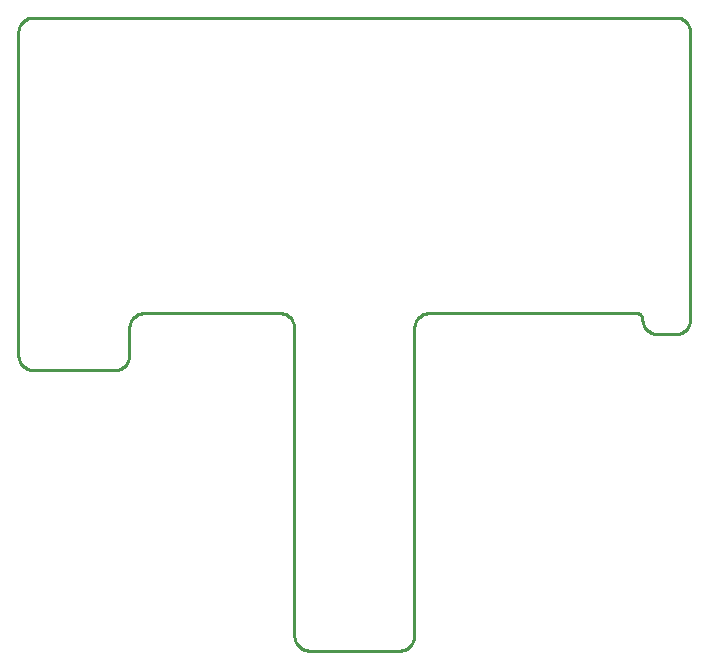
<source format=gbr>
G04 EAGLE Gerber RS-274X export*
G75*
%MOMM*%
%FSLAX34Y34*%
%LPD*%
%IN*%
%IPPOS*%
%AMOC8*
5,1,8,0,0,1.08239X$1,22.5*%
G01*
%ADD10C,0.254000*%


D10*
X-284480Y-146050D02*
X-284432Y-147157D01*
X-284287Y-148255D01*
X-284047Y-149337D01*
X-283714Y-150394D01*
X-283290Y-151417D01*
X-282779Y-152400D01*
X-282183Y-153334D01*
X-281509Y-154213D01*
X-280760Y-155030D01*
X-279943Y-155779D01*
X-279064Y-156453D01*
X-278130Y-157049D01*
X-277147Y-157560D01*
X-276124Y-157984D01*
X-275067Y-158317D01*
X-273985Y-158557D01*
X-272887Y-158702D01*
X-271780Y-158750D01*
X-203200Y-158750D01*
X-202093Y-158702D01*
X-200995Y-158557D01*
X-199913Y-158317D01*
X-198856Y-157984D01*
X-197833Y-157560D01*
X-196850Y-157049D01*
X-195916Y-156453D01*
X-195037Y-155779D01*
X-194220Y-155030D01*
X-193471Y-154213D01*
X-192797Y-153334D01*
X-192201Y-152400D01*
X-191690Y-151417D01*
X-191266Y-150394D01*
X-190933Y-149337D01*
X-190693Y-148255D01*
X-190548Y-147157D01*
X-190500Y-146050D01*
X-190500Y-123190D01*
X-190452Y-122083D01*
X-190307Y-120985D01*
X-190067Y-119903D01*
X-189734Y-118846D01*
X-189310Y-117823D01*
X-188799Y-116840D01*
X-188203Y-115906D01*
X-187529Y-115027D01*
X-186780Y-114210D01*
X-185963Y-113461D01*
X-185084Y-112787D01*
X-184150Y-112191D01*
X-183167Y-111680D01*
X-182144Y-111256D01*
X-181087Y-110923D01*
X-180005Y-110683D01*
X-178907Y-110538D01*
X-177800Y-110490D01*
X-63500Y-110490D01*
X-62393Y-110538D01*
X-61295Y-110683D01*
X-60213Y-110923D01*
X-59156Y-111256D01*
X-58133Y-111680D01*
X-57150Y-112191D01*
X-56216Y-112787D01*
X-55337Y-113461D01*
X-54520Y-114210D01*
X-53771Y-115027D01*
X-53097Y-115906D01*
X-52501Y-116840D01*
X-51990Y-117823D01*
X-51566Y-118846D01*
X-51233Y-119903D01*
X-50993Y-120985D01*
X-50848Y-122083D01*
X-50800Y-123190D01*
X-50800Y-383540D01*
X-50752Y-384647D01*
X-50607Y-385745D01*
X-50367Y-386827D01*
X-50034Y-387884D01*
X-49610Y-388907D01*
X-49099Y-389890D01*
X-48503Y-390824D01*
X-47829Y-391703D01*
X-47080Y-392520D01*
X-46263Y-393269D01*
X-45384Y-393943D01*
X-44450Y-394539D01*
X-43467Y-395050D01*
X-42444Y-395474D01*
X-41387Y-395807D01*
X-40305Y-396047D01*
X-39207Y-396192D01*
X-38100Y-396240D01*
X38100Y-396240D01*
X39207Y-396192D01*
X40305Y-396047D01*
X41387Y-395807D01*
X42444Y-395474D01*
X43467Y-395050D01*
X44450Y-394539D01*
X45384Y-393943D01*
X46263Y-393269D01*
X47080Y-392520D01*
X47829Y-391703D01*
X48503Y-390824D01*
X49099Y-389890D01*
X49610Y-388907D01*
X50034Y-387884D01*
X50367Y-386827D01*
X50607Y-385745D01*
X50752Y-384647D01*
X50800Y-383540D01*
X50800Y-123190D01*
X50848Y-122083D01*
X50993Y-120985D01*
X51233Y-119903D01*
X51566Y-118846D01*
X51990Y-117823D01*
X52501Y-116840D01*
X53097Y-115906D01*
X53771Y-115027D01*
X54520Y-114210D01*
X55337Y-113461D01*
X56216Y-112787D01*
X57150Y-112191D01*
X58133Y-111680D01*
X59156Y-111256D01*
X60213Y-110923D01*
X61295Y-110683D01*
X62393Y-110538D01*
X63500Y-110490D01*
X238760Y-110490D01*
X239203Y-110509D01*
X239642Y-110567D01*
X240075Y-110663D01*
X240497Y-110796D01*
X240907Y-110966D01*
X241300Y-111171D01*
X241674Y-111409D01*
X242025Y-111679D01*
X242352Y-111978D01*
X242652Y-112305D01*
X242921Y-112656D01*
X243159Y-113030D01*
X243364Y-113423D01*
X243534Y-113833D01*
X243667Y-114255D01*
X243763Y-114688D01*
X243821Y-115127D01*
X243840Y-115570D01*
X243888Y-116677D01*
X244033Y-117775D01*
X244273Y-118857D01*
X244606Y-119914D01*
X245030Y-120937D01*
X245541Y-121920D01*
X246137Y-122854D01*
X246811Y-123733D01*
X247560Y-124550D01*
X248377Y-125299D01*
X249256Y-125973D01*
X250190Y-126569D01*
X251173Y-127080D01*
X252196Y-127504D01*
X253253Y-127837D01*
X254335Y-128077D01*
X255433Y-128222D01*
X256540Y-128270D01*
X271780Y-128270D01*
X272887Y-128222D01*
X273985Y-128077D01*
X275067Y-127837D01*
X276124Y-127504D01*
X277147Y-127080D01*
X278130Y-126569D01*
X279064Y-125973D01*
X279943Y-125299D01*
X280760Y-124550D01*
X281509Y-123733D01*
X282183Y-122854D01*
X282779Y-121920D01*
X283290Y-120937D01*
X283714Y-119914D01*
X284047Y-118857D01*
X284287Y-117775D01*
X284432Y-116677D01*
X284480Y-115570D01*
X284480Y127000D01*
X284432Y128107D01*
X284287Y129205D01*
X284047Y130287D01*
X283714Y131344D01*
X283290Y132367D01*
X282779Y133350D01*
X282183Y134284D01*
X281509Y135163D01*
X280760Y135980D01*
X279943Y136729D01*
X279064Y137403D01*
X278130Y137999D01*
X277147Y138510D01*
X276124Y138934D01*
X275067Y139267D01*
X273985Y139507D01*
X272887Y139652D01*
X271780Y139700D01*
X-271780Y139700D01*
X-272887Y139652D01*
X-273985Y139507D01*
X-275067Y139267D01*
X-276124Y138934D01*
X-277147Y138510D01*
X-278130Y137999D01*
X-279064Y137403D01*
X-279943Y136729D01*
X-280760Y135980D01*
X-281509Y135163D01*
X-282183Y134284D01*
X-282779Y133350D01*
X-283290Y132367D01*
X-283714Y131344D01*
X-284047Y130287D01*
X-284287Y129205D01*
X-284432Y128107D01*
X-284480Y127000D01*
X-284480Y-146050D01*
M02*

</source>
